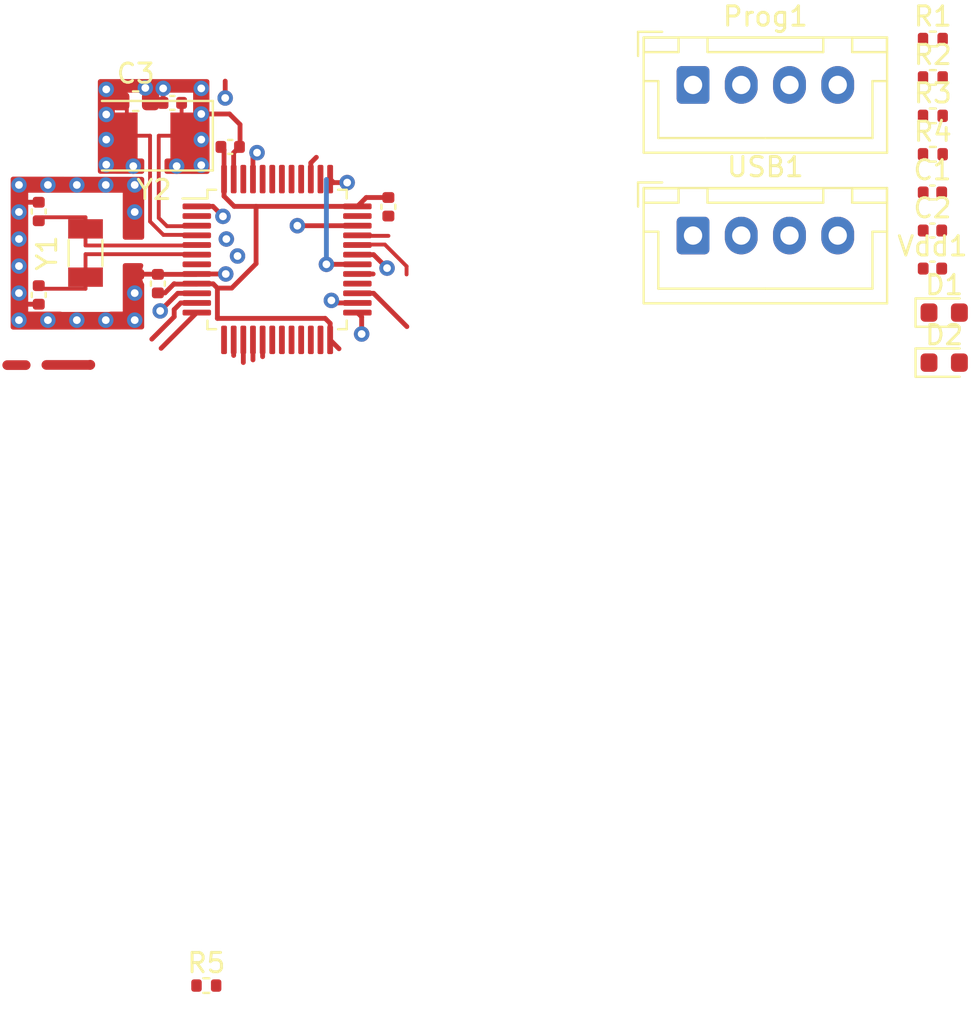
<source format=kicad_pcb>
(kicad_pcb (version 20221018) (generator pcbnew)
  (layers (0 "F.Cu" signal) (31 "B.Cu" signal) (34 "B.Paste" user) (35 "F.Paste" user) (36 "B.SilkS" user "B.Silkscreen") (37 "F.SilkS" user "F.Silkscreen") (38 "B.Mask" user) (39 "F.Mask" user) (44 "Edge.Cuts" user))
  (net 0 "")
  (net 1 "/OSC_RTC+")
  (net 2 "GND")
  (net 3 "/OSC_RTC-")
  (net 4 "+3V3")
  (net 5 "/OSC-")
  (net 6 "/OSC+")
  (net 7 "Net-(D1-K)")
  (net 8 "Led_placa")
  (net 9 "Net-(D2-K)")
  (net 10 "Swclk")
  (net 11 "Swdio")
  (net 12 "/D+")
  (net 13 "Net-(USB1-Pin_1)")
  (net 14 "/usb+")
  (net 15 "/D-")
  (net 16 "/usb-")
  (net 17 "V_Bat")
  (net 20 "unconnected-(U1-PA0-Pad10)")
  (net 21 "unconnected-(U1-PA1-Pad11)")
  (net 22 "unconnected-(U1-PA2-Pad12)")
  (net 23 "unconnected-(U1-PA4-Pad14)")
  (net 24 "unconnected-(U1-PA5-Pad15)")
  (net 25 "unconnected-(U1-PA6-Pad16)")
  (net 26 "unconnected-(U1-PA7-Pad17)")
  (net 32 "unconnected-(U1-PB12-Pad25)")
  (net 33 "unconnected-(U1-PB13-Pad26)")
  (net 34 "unconnected-(U1-PB14-Pad27)")
  (net 36 "unconnected-(U1-PA8-Pad29)")
  (net 37 "unconnected-(U1-PA9-Pad30)")
  (net 38 "unconnected-(U1-PA10-Pad31)")
  (net 40 "unconnected-(U1-PB3-Pad39)")
  (net 46 "unconnected-(U1-PB8-Pad45)")
  (footprint "Capacitor_SMD:C_0603_1608Metric" (layer "F.Cu") (at 177.58 89.88)
    (fp_text reference "C3" (at 0 -1.43) (layer "F.SilkS"))
    (fp_text value "104")
    (fp_line (start -0.14058 -0.51) (end 0.14058 -0.51) (stroke (width 0.12)) (layer "F.SilkS"))
    (fp_line (start -0.14058 0.51) (end 0.14058 0.51) (stroke (width 0.12)) (layer "F.SilkS"))
    (pad "1" smd roundrect (at -0.775 0) (size 0.9 0.95) (layers "F.Cu" "F.Paste" "F.Mask") (net 4 "+3V3"))
    (pad "2" smd roundrect (at 0.775 0) (size 0.9 0.95) (layers "F.Cu" "F.Paste" "F.Mask") (net 2 "GND"))
  )
  (footprint "Capacitor_SMD:C_0402_1005Metric" (layer "F.Cu") (at 218.8825 94.61)
    (fp_text reference "C1" (at 0 -1.16) (layer "F.SilkS"))
    (fp_text value "22pF")
    (fp_line (start -0.107836 -0.36) (end 0.107836 -0.36) (stroke (width 0.12)) (layer "F.SilkS"))
    (fp_line (start -0.107836 0.36) (end 0.107836 0.36) (stroke (width 0.12)) (layer "F.SilkS"))
    (pad "1" smd roundrect (at -0.48 0) (size 0.56 0.62) (layers "F.Cu" "F.Paste" "F.Mask") (net 1 "/OSC_RTC+"))
    (pad "2" smd roundrect (at 0.48 0) (size 0.56 0.62) (layers "F.Cu" "F.Paste" "F.Mask") (net 2 "GND"))
  )
  (footprint "Connector_JST:JST_XH_B4B-XH-A_1x04_P2.50mm_Vertical" (layer "F.Cu") (at 206.4725 96.84)
    (fp_text reference "USB1" (at 3.75 -3.55) (layer "F.SilkS"))
    (fp_text value "Conn_01x04_Female")
    (fp_line (start -2.85 -2.75) (end -2.85 -1.5) (stroke (width 0.12)) (layer "F.SilkS"))
    (fp_line (start -2.56 -2.46) (end -2.56 3.51) (stroke (width 0.12)) (layer "F.SilkS"))
    (fp_line (start -2.56 3.51) (end 10.06 3.51) (stroke (width 0.12)) (layer "F.SilkS"))
    (fp_line (start -2.55 -2.45) (end -2.55 -1.7) (stroke (width 0.12)) (layer "F.SilkS"))
    (fp_line (start -2.55 -1.7) (end -0.75 -1.7) (stroke (width 0.12)) (layer "F.SilkS"))
    (fp_line (start -2.55 -0.2) (end -1.8 -0.2) (stroke (width 0.12)) (layer "F.SilkS"))
    (fp_line (start -1.8 -0.2) (end -1.8 2.75) (stroke (width 0.12)) (layer "F.SilkS"))
    (fp_line (start -1.8 2.75) (end 3.75 2.75) (stroke (width 0.12)) (layer "F.SilkS"))
    (fp_line (start -1.6 -2.75) (end -2.85 -2.75) (stroke (width 0.12)) (layer "F.SilkS"))
    (fp_line (start -0.75 -2.45) (end -2.55 -2.45) (stroke (width 0.12)) (layer "F.SilkS"))
    (fp_line (start -0.75 -1.7) (end -0.75 -2.45) (stroke (width 0.12)) (layer "F.SilkS"))
    (fp_line (start 0.75 -2.45) (end 0.75 -1.7) (stroke (width 0.12)) (layer "F.SilkS"))
    (fp_line (start 0.75 -1.7) (end 6.75 -1.7) (stroke (width 0.12)) (layer "F.SilkS"))
    (fp_line (start 6.75 -2.45) (end 0.75 -2.45) (stroke (width 0.12)) (layer "F.SilkS"))
    (fp_line (start 6.75 -1.7) (end 6.75 -2.45) (stroke (width 0.12)) (layer "F.SilkS"))
    (fp_line (start 8.25 -2.45) (end 8.25 -1.7) (stroke (width 0.12)) (layer "F.SilkS"))
    (fp_line (start 8.25 -1.7) (end 10.05 -1.7) (stroke (width 0.12)) (layer "F.SilkS"))
    (fp_line (start 9.3 -0.2) (end 9.3 2.75) (stroke (width 0.12)) (layer "F.SilkS"))
    (fp_line (start 9.3 2.75) (end 3.75 2.75) (stroke (width 0.12)) (layer "F.SilkS"))
    (fp_line (start 10.05 -2.45) (end 8.25 -2.45) (stroke (width 0.12)) (layer "F.SilkS"))
    (fp_line (start 10.05 -1.7) (end 10.05 -2.45) (stroke (width 0.12)) (layer "F.SilkS"))
    (fp_line (start 10.05 -0.2) (end 9.3 -0.2) (stroke (width 0.12)) (layer "F.SilkS"))
    (fp_line (start 10.06 -2.46) (end -2.56 -2.46) (stroke (width 0.12)) (layer "F.SilkS"))
    (fp_line (start 10.06 3.51) (end 10.06 -2.46) (stroke (width 0.12)) (layer "F.SilkS"))
    (pad "1" thru_hole roundrect (at 0 0) (size 1.7 1.95) (drill 0.95) (layers "*.Cu" "*.Mask") (roundrect_rratio 0.147059) (net 13 "Net-(USB1-Pin_1)"))
    (pad "2" thru_hole oval (at 2.5 0) (size 1.7 1.95) (drill 0.95) (layers "*.Cu" "*.Mask") (net 14 "/usb+"))
    (pad "3" thru_hole oval (at 5 0) (size 1.7 1.95) (drill 0.95) (layers "*.Cu" "*.Mask") (net 16 "/usb-"))
    (pad "4" thru_hole oval (at 7.5 0) (size 1.7 1.95) (drill 0.95) (layers "*.Cu" "*.Mask") (net 2 "GND"))
  )
  (footprint "LED_SMD:LED_0603_1608Metric" (layer "F.Cu") (at 219.4925 103.42)
    (fp_text reference "D2" (at 0 -1.43) (layer "F.SilkS"))
    (fp_text value "LED")
    (fp_line (start -1.485 -0.735) (end -1.485 0.735) (stroke (width 0.12)) (layer "F.SilkS"))
    (fp_line (start -1.485 0.735) (end 0.8 0.735) (stroke (width 0.12)) (layer "F.SilkS"))
    (fp_line (start 0.8 -0.735) (end -1.485 -0.735) (stroke (width 0.12)) (layer "F.SilkS"))
    (pad "1" smd roundrect (at -0.7875 0) (size 0.875 0.95) (layers "F.Cu" "F.Paste" "F.Mask") (net 9 "Net-(D2-K)"))
    (pad "2" smd roundrect (at 0.7875 0) (size 0.875 0.95) (layers "F.Cu" "F.Paste" "F.Mask") (net 4 "+3V3"))
  )
  (footprint "Capacitor_SMD:C_0402_1005Metric" (layer "F.Cu") (at 172.555 95.595 -90)
    (fp_text reference "CC1" hide)
    (fp_text value "33pF")
    (fp_line (start -0.107836 -0.36) (end 0.107836 -0.36) (stroke (width 0.12)) (layer "F.SilkS"))
    (fp_line (start -0.107836 0.36) (end 0.107836 0.36) (stroke (width 0.12)) (layer "F.SilkS"))
    (pad "1" smd roundrect (at -0.48 0 270) (size 0.56 0.62) (layers "F.Cu" "F.Paste" "F.Mask") (net 2 "GND"))
    (pad "2" smd roundrect (at 0.48 0 270) (size 0.56 0.62) (layers "F.Cu" "F.Paste" "F.Mask") (net 5 "/OSC-"))
  )
  (footprint "Resistor_SMD:R_0402_1005Metric" (layer "F.Cu") (at 218.9025 92.63)
    (fp_text reference "R4" (at 0 -1.17) (layer "F.SilkS"))
    (fp_text value "20")
    (fp_line (start -0.153641 -0.38) (end 0.153641 -0.38) (stroke (width 0.12)) (layer "F.SilkS"))
    (fp_line (start -0.153641 0.38) (end 0.153641 0.38) (stroke (width 0.12)) (layer "F.SilkS"))
    (pad "1" smd roundrect (at -0.51 0) (size 0.54 0.64) (layers "F.Cu" "F.Paste" "F.Mask") (net 12 "/D+"))
    (pad "2" smd roundrect (at 0.51 0) (size 0.54 0.64) (layers "F.Cu" "F.Paste" "F.Mask") (net 14 "/usb+"))
  )
  (footprint "Capacitor_SMD:C_0402_1005Metric" (layer "F.Cu") (at 190.68 95.35 -90)
    (fp_text reference "Vdd3" hide)
    (fp_text value "100nF")
    (fp_line (start -0.107836 -0.36) (end 0.107836 -0.36) (stroke (width 0.12)) (layer "F.SilkS"))
    (fp_line (start -0.107836 0.36) (end 0.107836 0.36) (stroke (width 0.12)) (layer "F.SilkS"))
    (pad "1" smd roundrect (at -0.48 0 270) (size 0.56 0.62) (layers "F.Cu" "F.Paste" "F.Mask") (net 4 "+3V3"))
    (pad "2" smd roundrect (at 0.48 0 270) (size 0.56 0.62) (layers "F.Cu" "F.Paste" "F.Mask") (net 2 "GND"))
  )
  (footprint "Crystal:Crystal_SMD_3215-2Pin_3.2x1.5mm" (layer "F.Cu") (at 174.98 97.745 90)
    (fp_text reference "Y1" (at 0 -2 90) (layer "F.SilkS"))
    (fp_text value "Crystal_Small")
    (fp_line (start -0.675 -0.875) (end 0.675 -0.875) (stroke (width 0.12)) (layer "F.SilkS"))
    (fp_line (start -0.675 0.875) (end 0.675 0.875) (stroke (width 0.12)) (layer "F.SilkS"))
    (pad "1" smd rect (at 1.25 0 90) (size 1 1.8) (layers "F.Cu" "F.Paste" "F.Mask") (net 1 "/OSC_RTC+"))
    (pad "2" smd rect (at -1.25 0 90) (size 1 1.8) (layers "F.Cu" "F.Paste" "F.Mask") (net 3 "/OSC_RTC-"))
  )
  (footprint "Capacitor_SMD:C_0402_1005Metric" (layer "F.Cu") (at 182.48 92.25)
    (fp_text reference "Vdd4" hide)
    (fp_text value "100nF")
    (fp_line (start -0.107836 -0.36) (end 0.107836 -0.36) (stroke (width 0.12)) (layer "F.SilkS"))
    (fp_line (start -0.107836 0.36) (end 0.107836 0.36) (stroke (width 0.12)) (layer "F.SilkS"))
    (pad "1" smd roundrect (at -0.48 0) (size 0.56 0.62) (layers "F.Cu" "F.Paste" "F.Mask") (net 4 "+3V3"))
    (pad "2" smd roundrect (at 0.48 0) (size 0.56 0.62) (layers "F.Cu" "F.Paste" "F.Mask") (net 2 "GND"))
  )
  (footprint "Capacitor_SMD:C_0402_1005Metric" (layer "F.Cu") (at 218.8825 96.58)
    (fp_text reference "C2" (at 0 -1.16) (layer "F.SilkS"))
    (fp_text value "22pF")
    (fp_line (start -0.107836 -0.36) (end 0.107836 -0.36) (stroke (width 0.12)) (layer "F.SilkS"))
    (fp_line (start -0.107836 0.36) (end 0.107836 0.36) (stroke (width 0.12)) (layer "F.SilkS"))
    (pad "1" smd roundrect (at -0.48 0) (size 0.56 0.62) (layers "F.Cu" "F.Paste" "F.Mask") (net 3 "/OSC_RTC-"))
    (pad "2" smd roundrect (at 0.48 0) (size 0.56 0.62) (layers "F.Cu" "F.Paste" "F.Mask") (net 2 "GND"))
  )
  (footprint "LED_SMD:LED_0603_1608Metric" (layer "F.Cu") (at 219.4925 100.83)
    (fp_text reference "D1" (at 0 -1.43) (layer "F.SilkS"))
    (fp_text value "LED")
    (fp_line (start -1.485 -0.735) (end -1.485 0.735) (stroke (width 0.12)) (layer "F.SilkS"))
    (fp_line (start -1.485 0.735) (end 0.8 0.735) (stroke (width 0.12)) (layer "F.SilkS"))
    (fp_line (start 0.8 -0.735) (end -1.485 -0.735) (stroke (width 0.12)) (layer "F.SilkS"))
    (pad "1" smd roundrect (at -0.7875 0) (size 0.875 0.95) (layers "F.Cu" "F.Paste" "F.Mask") (net 7 "Net-(D1-K)"))
    (pad "2" smd roundrect (at 0.7875 0) (size 0.875 0.95) (layers "F.Cu" "F.Paste" "F.Mask") (net 8 "Led_placa"))
  )
  (footprint "Connector_JST:JST_XH_B4B-XH-A_1x04_P2.50mm_Vertical" (layer "F.Cu") (at 206.4725 89.04)
    (fp_text reference "Prog1" (at 3.75 -3.55) (layer "F.SilkS"))
    (fp_text value "Conn_01x04_Female")
    (fp_line (start -2.85 -2.75) (end -2.85 -1.5) (stroke (width 0.12)) (layer "F.SilkS"))
    (fp_line (start -2.56 -2.46) (end -2.56 3.51) (stroke (width 0.12)) (layer "F.SilkS"))
    (fp_line (start -2.56 3.51) (end 10.06 3.51) (stroke (width 0.12)) (layer "F.SilkS"))
    (fp_line (start -2.55 -2.45) (end -2.55 -1.7) (stroke (width 0.12)) (layer "F.SilkS"))
    (fp_line (start -2.55 -1.7) (end -0.75 -1.7) (stroke (width 0.12)) (layer "F.SilkS"))
    (fp_line (start -2.55 -0.2) (end -1.8 -0.2) (stroke (width 0.12)) (layer "F.SilkS"))
    (fp_line (start -1.8 -0.2) (end -1.8 2.75) (stroke (width 0.12)) (layer "F.SilkS"))
    (fp_line (start -1.8 2.75) (end 3.75 2.75) (stroke (width 0.12)) (layer "F.SilkS"))
    (fp_line (start -1.6 -2.75) (end -2.85 -2.75) (stroke (width 0.12)) (layer "F.SilkS"))
    (fp_line (start -0.75 -2.45) (end -2.55 -2.45) (stroke (width 0.12)) (layer "F.SilkS"))
    (fp_line (start -0.75 -1.7) (end -0.75 -2.45) (stroke (width 0.12)) (layer "F.SilkS"))
    (fp_line (start 0.75 -2.45) (end 0.75 -1.7) (stroke (width 0.12)) (layer "F.SilkS"))
    (fp_line (start 0.75 -1.7) (end 6.75 -1.7) (stroke (width 0.12)) (layer "F.SilkS"))
    (fp_line (start 6.75 -2.45) (end 0.75 -2.45) (stroke (width 0.12)) (layer "F.SilkS"))
    (fp_line (start 6.75 -1.7) (end 6.75 -2.45) (stroke (width 0.12)) (layer "F.SilkS"))
    (fp_line (start 8.25 -2.45) (end 8.25 -1.7) (stroke (width 0.12)) (layer "F.SilkS"))
    (fp_line (start 8.25 -1.7) (end 10.05 -1.7) (stroke (width 0.12)) (layer "F.SilkS"))
    (fp_line (start 9.3 -0.2) (end 9.3 2.75) (stroke (width 0.12)) (layer "F.SilkS"))
    (fp_line (start 9.3 2.75) (end 3.75 2.75) (stroke (width 0.12)) (layer "F.SilkS"))
    (fp_line (start 10.05 -2.45) (end 8.25 -2.45) (stroke (width 0.12)) (layer "F.SilkS"))
    (fp_line (start 10.05 -1.7) (end 10.05 -2.45) (stroke (width 0.12)) (layer "F.SilkS"))
    (fp_line (start 10.05 -0.2) (end 9.3 -0.2) (stroke (width 0.12)) (layer "F.SilkS"))
    (fp_line (start 10.06 -2.46) (end -2.56 -2.46) (stroke (width 0.12)) (layer "F.SilkS"))
    (fp_line (start 10.06 3.51) (end 10.06 -2.46) (stroke (width 0.12)) (layer "F.SilkS"))
    (pad "1" thru_hole roundrect (at 0 0) (size 1.7 1.95) (drill 0.95) (layers "*.Cu" "*.Mask") (roundrect_rratio 0.147059) (net 4 "+3V3"))
    (pad "2" thru_hole oval (at 2.5 0) (size 1.7 1.95) (drill 0.95) (layers "*.Cu" "*.Mask") (net 10 "Swclk"))
    (pad "3" thru_hole oval (at 5 0) (size 1.7 1.95) (drill 0.95) (layers "*.Cu" "*.Mask") (net 11 "Swdio"))
    (pad "4" thru_hole oval (at 7.5 0) (size 1.7 1.95) (drill 0.95) (layers "*.Cu" "*.Mask") (net 2 "GND"))
  )
  (footprint "Capacitor_SMD:C_0402_1005Metric" (layer "F.Cu") (at 172.555 99.915 -90)
    (fp_text reference "CC2" hide)
    (fp_text value "33pF")
    (fp_line (start -0.107836 -0.36) (end 0.107836 -0.36) (stroke (width 0.12)) (layer "F.SilkS"))
    (fp_line (start -0.107836 0.36) (end 0.107836 0.36) (stroke (width 0.12)) (layer "F.SilkS"))
    (pad "1" smd roundrect (at -0.48 0 270) (size 0.56 0.62) (layers "F.Cu" "F.Paste" "F.Mask") (net 6 "/OSC+"))
    (pad "2" smd roundrect (at 0.48 0 270) (size 0.56 0.62) (layers "F.Cu" "F.Paste" "F.Mask") (net 2 "GND"))
  )
  (footprint "Capacitor_SMD:C_0402_1005Metric" (layer "F.Cu") (at 218.8825 98.55)
    (fp_text reference "Vdd1" (at 0 -1.16) (layer "F.SilkS"))
    (fp_text value "100nF")
    (fp_line (start -0.107836 -0.36) (end 0.107836 -0.36) (stroke (width 0.12)) (layer "F.SilkS"))
    (fp_line (start -0.107836 0.36) (end 0.107836 0.36) (stroke (width 0.12)) (layer "F.SilkS"))
    (pad "1" smd roundrect (at -0.48 0) (size 0.56 0.62) (layers "F.Cu" "F.Paste" "F.Mask") (net 4 "+3V3"))
    (pad "2" smd roundrect (at 0.48 0) (size 0.56 0.62) (layers "F.Cu" "F.Paste" "F.Mask") (net 2 "GND"))
  )
  (footprint "Capacitor_SMD:C_0402_1005Metric" (layer "F.Cu") (at 178.73 99.33 90)
    (fp_text reference "Vdd2" hide)
    (fp_text value "100nF")
    (fp_line (start -0.107836 -0.36) (end 0.107836 -0.36) (stroke (width 0.12)) (layer "F.SilkS"))
    (fp_line (start -0.107836 0.36) (end 0.107836 0.36) (stroke (width 0.12)) (layer "F.SilkS"))
    (pad "1" smd roundrect (at -0.48 0 90) (size 0.56 0.62) (layers "F.Cu" "F.Paste" "F.Mask") (net 4 "+3V3"))
    (pad "2" smd roundrect (at 0.48 0 90) (size 0.56 0.62) (layers "F.Cu" "F.Paste" "F.Mask") (net 2 "GND"))
  )
  (footprint "Crystal:Crystal_SMD_5032-2Pin_5.0x3.2mm" (layer "F.Cu") (at 178.53 91.67 180)
    (fp_text reference "Y2" (at 0 -2.8 180) (layer "F.SilkS"))
    (fp_text value "8Mhz")
    (fp_line (start -3.05 -1.8) (end -3.05 1.8) (stroke (width 0.12)) (layer "F.SilkS"))
    (fp_line (start -3.05 1.8) (end 2.7 1.8) (stroke (width 0.12)) (layer "F.SilkS"))
    (fp_line (start 2.7 -1.8) (end -3.05 -1.8) (stroke (width 0.12)) (layer "F.SilkS"))
    (pad "1" smd rect (at -1.85 0 180) (size 2 2.4) (layers "F.Cu" "F.Paste" "F.Mask") (net 6 "/OSC+"))
    (pad "2" smd rect (at 1.85 0 180) (size 2 2.4) (layers "F.Cu" "F.Paste" "F.Mask") (net 5 "/OSC-"))
  )
  (footprint "Resistor_SMD:R_0402_1005Metric" (layer "F.Cu") (at 181.2425 135.68)
    (fp_text reference "R5" (at 0 -1.17) (layer "F.SilkS"))
    (fp_text value "20")
    (fp_line (start -0.153641 -0.38) (end 0.153641 -0.38) (stroke (width 0.12)) (layer "F.SilkS"))
    (fp_line (start -0.153641 0.38) (end 0.153641 0.38) (stroke (width 0.12)) (layer "F.SilkS"))
    (pad "1" smd roundrect (at -0.51 0) (size 0.54 0.64) (layers "F.Cu" "F.Paste" "F.Mask") (net 15 "/D-"))
    (pad "2" smd roundrect (at 0.51 0) (size 0.54 0.64) (layers "F.Cu" "F.Paste" "F.Mask") (net 16 "/usb-"))
  )
  (footprint "Resistor_SMD:R_0402_1005Metric" (layer "F.Cu") (at 218.9025 88.65)
    (fp_text reference "R2" (at 0 -1.17) (layer "F.SilkS"))
    (fp_text value "510")
    (fp_line (start -0.153641 -0.38) (end 0.153641 -0.38) (stroke (width 0.12)) (layer "F.SilkS"))
    (fp_line (start -0.153641 0.38) (end 0.153641 0.38) (stroke (width 0.12)) (layer "F.SilkS"))
    (pad "1" smd roundrect (at -0.51 0) (size 0.54 0.64) (layers "F.Cu" "F.Paste" "F.Mask") (net 9 "Net-(D2-K)"))
    (pad "2" smd roundrect (at 0.51 0) (size 0.54 0.64) (layers "F.Cu" "F.Paste" "F.Mask") (net 2 "GND"))
  )
  (footprint "Resistor_SMD:R_0402_1005Metric" (layer "F.Cu") (at 218.9025 90.64)
    (fp_text reference "R3" (at 0 -1.17) (layer "F.SilkS"))
    (fp_text value "4.7k")
    (fp_line (start -0.153641 -0.38) (end 0.153641 -0.38) (stroke (width 0.12)) (layer "F.SilkS"))
    (fp_line (start -0.153641 0.38) (end 0.153641 0.38) (stroke (width 0.12)) (layer "F.SilkS"))
    (pad "1" smd roundrect (at -0.51 0) (size 0.54 0.64) (layers "F.Cu" "F.Paste" "F.Mask") (net 12 "/D+"))
    (pad "2" smd roundrect (at 0.51 0) (size 0.54 0.64) (layers "F.Cu" "F.Paste" "F.Mask") (net 13 "Net-(USB1-Pin_1)"))
  )
  (footprint "Resistor_SMD:R_0402_1005Metric" (layer "F.Cu") (at 218.9025 86.66)
    (fp_text reference "R1" (at 0 -1.17) (layer "F.SilkS"))
    (fp_text value "510")
    (fp_line (start -0.153641 -0.38) (end 0.153641 -0.38) (stroke (width 0.12)) (layer "F.SilkS"))
    (fp_line (start -0.153641 0.38) (end 0.153641 0.38) (stroke (width 0.12)) (layer "F.SilkS"))
    (pad "1" smd roundrect (at -0.51 0) (size 0.54 0.64) (layers "F.Cu" "F.Paste" "F.Mask") (net 7 "Net-(D1-K)"))
    (pad "2" smd roundrect (at 0.51 0) (size 0.54 0.64) (layers "F.Cu" "F.Paste" "F.Mask") (net 2 "GND"))
  )
  (footprint "Capacitor_SMD:C_0402_1005Metric" (layer "F.Cu") (at 179.48 89.97 180)
    (fp_text reference "C4" hide)
    (fp_text value "22pF")
    (fp_line (start -0.107836 -0.36) (end 0.107836 -0.36) (stroke (width 0.12)) (layer "F.SilkS"))
    (fp_line (start -0.107836 0.36) (end 0.107836 0.36) (stroke (width 0.12)) (layer "F.SilkS"))
    (pad "1" smd roundrect (at -0.48 0 180) (size 0.56 0.62) (layers "F.Cu" "F.Paste" "F.Mask") (net 3 "/OSC_RTC-"))
    (pad "2" smd roundrect (at 0.48 0 180) (size 0.56 0.62) (layers "F.Cu" "F.Paste" "F.Mask") (net 2 "GND"))
  )
  (footprint "Package_QFP:LQFP-48_7x7mm_P0.5mm" (layer "F.Cu") (at 184.91 98.08)
    (fp_text reference "U1" hide)
    (fp_text value "STM32F103C6Tx")
    (fp_line (start -3.61 -3.61) (end -3.61 -3.16) (stroke (width 0.12)) (layer "F.SilkS"))
    (fp_line (start -3.61 -3.16) (end -4.9 -3.16) (stroke (width 0.12)) (layer "F.SilkS"))
    (fp_line (start -3.61 3.61) (end -3.61 3.16) (stroke (width 0.12)) (layer "F.SilkS"))
    (fp_line (start -3.16 -3.61) (end -3.61 -3.61) (stroke (width 0.12)) (layer "F.SilkS"))
    (fp_line (start -3.16 3.61) (end -3.61 3.61) (stroke (width 0.12)) (layer "F.SilkS"))
    (fp_line (start 3.16 -3.61) (end 3.61 -3.61) (stroke (width 0.12)) (layer "F.SilkS"))
    (fp_line (start 3.16 3.61) (end 3.61 3.61) (stroke (width 0.12)) (layer "F.SilkS"))
    (fp_line (start 3.61 -3.61) (end 3.61 -3.16) (stroke (width 0.12)) (layer "F.SilkS"))
    (fp_line (start 3.61 3.61) (end 3.61 3.16) (stroke (width 0.12)) (layer "F.SilkS"))
    (pad "1" smd roundrect (at -4.1625 -2.75) (size 1.475 0.3) (layers "F.Cu" "F.Paste" "F.Mask") (net 17 "V_Bat"))
    (pad "2" smd roundrect (at -4.1625 -2.25) (size 1.475 0.3) (layers "F.Cu" "F.Paste" "F.Mask"))
    (pad "3" smd roundrect (at -4.1625 -1.75) (size 1.475 0.3) (layers "F.Cu" "F.Paste" "F.Mask") (net 3 "/OSC_RTC-"))
    (pad "4" smd roundrect (at -4.1625 -1.25) (size 1.475 0.3) (layers "F.Cu" "F.Paste" "F.Mask") (net 1 "/OSC_RTC+"))
    (pad "5" smd roundrect (at -4.1625 -0.75) (size 1.475 0.3) (layers "F.Cu" "F.Paste" "F.Mask") (net 5 "/OSC-"))
    (pad "6" smd roundrect (at -4.1625 -0.25) (size 1.475 0.3) (layers "F.Cu" "F.Paste" "F.Mask") (net 6 "/OSC+"))
    (pad "7" smd roundrect (at -4.1625 0.25) (size 1.475 0.3) (layers "F.Cu" "F.Paste" "F.Mask"))
    (pad "8" smd roundrect (at -4.1625 0.75) (size 1.475 0.3) (layers "F.Cu" "F.Paste" "F.Mask") (net 2 "GND"))
    (pad "9" smd roundrect (at -4.1625 1.25) (size 1.475 0.3) (layers "F.Cu" "F.Paste" "F.Mask") (net 4 "+3V3"))
    (pad "10" smd roundrect (at -4.1625 1.75) (size 1.475 0.3) (layers "F.Cu" "F.Paste" "F.Mask") (net 20 "unconnected-(U1-PA0-Pad10)"))
    (pad "11" smd roundrect (at -4.1625 2.25) (size 1.475 0.3) (layers "F.Cu" "F.Paste" "F.Mask") (net 21 "unconnected-(U1-PA1-Pad11)"))
    (pad "12" smd roundrect (at -4.1625 2.75) (size 1.475 0.3) (layers "F.Cu" "F.Paste" "F.Mask") (net 22 "unconnected-(U1-PA2-Pad12)"))
    (pad "13" smd roundrect (at -2.75 4.1625) (size 0.3 1.475) (layers "F.Cu" "F.Paste" "F.Mask") (net 8 "Led_placa"))
    (pad "14" smd roundrect (at -2.25 4.1625) (size 0.3 1.475) (layers "F.Cu" "F.Paste" "F.Mask") (net 23 "unconnected-(U1-PA4-Pad14)"))
    (pad "15" smd roundrect (at -1.75 4.1625) (size 0.3 1.475) (layers "F.Cu" "F.Paste" "F.Mask") (net 24 "unconnected-(U1-PA5-Pad15)"))
    (pad "16" smd roundrect (at -1.25 4.1625) (size 0.3 1.475) (layers "F.Cu" "F.Paste" "F.Mask") (net 25 "unconnected-(U1-PA6-Pad16)"))
    (pad "17" smd roundrect (at -0.75 4.1625) (size 0.3 1.475) (layers "F.Cu" "F.Paste" "F.Mask") (net 26 "unconnected-(U1-PA7-Pad17)"))
    (pad "18" smd roundrect (at -0.25 4.1625) (size 0.3 1.475) (layers "F.Cu" "F.Paste" "F.Mask"))
    (pad "19" smd roundrect (at 0.25 4.1625) (size 0.3 1.475) (layers "F.Cu" "F.Paste" "F.Mask"))
    (pad "20" smd roundrect (at 0.75 4.1625) (size 0.3 1.475) (layers "F.Cu" "F.Paste" "F.Mask"))
    (pad "21" smd roundrect (at 1.25 4.1625) (size 0.3 1.475) (layers "F.Cu" "F.Paste" "F.Mask"))
    (pad "22" smd roundrect (at 1.75 4.1625) (size 0.3 1.475) (layers "F.Cu" "F.Paste" "F.Mask"))
    (pad "23" smd roundrect (at 2.25 4.1625) (size 0.3 1.475) (layers "F.Cu" "F.Paste" "F.Mask") (net 2 "GND"))
    (pad "24" smd roundrect (at 2.75 4.1625) (size 0.3 1.475) (layers "F.Cu" "F.Paste" "F.Mask") (net 4 "+3V3"))
    (pad "25" smd roundrect (at 4.1625 2.75) (size 1.475 0.3) (layers "F.Cu" "F.Paste" "F.Mask") (net 32 "unconnected-(U1-PB12-Pad25)"))
    (pad "26" smd roundrect (at 4.1625 2.25) (size 1.475 0.3) (layers "F.Cu" "F.Paste" "F.Mask") (net 33 "unconnected-(U1-PB13-Pad26)"))
    (pad "27" smd roundrect (at 4.1625 1.75) (size 1.475 0.3) (layers "F.Cu" "F.Paste" "F.Mask") (net 34 "unconnected-(U1-PB14-Pad27)"))
    (pad "28" smd roundrect (at 4.1625 1.25) (size 1.475 0.3) (layers "F.Cu" "F.Paste" "F.Mask"))
    (pad "29" smd roundrect (at 4.1625 0.75) (size 1.475 0.3) (layers "F.Cu" "F.Paste" "F.Mask") (net 36 "unconnected-(U1-PA8-Pad29)"))
    (pad "30" smd roundrect (at 4.1625 0.25) (size 1.475 0.3) (layers "F.Cu" "F.Paste" "F.Mask") (net 37 "unconnected-(U1-PA9-Pad30)"))
    (pad "31" smd roundrect (at 4.1625 -0.25) (size 1.475 0.3) (layers "F.Cu" "F.Paste" "F.Mask") (net 38 "unconnected-(U1-PA10-Pad31)"))
    (pad "32" smd roundrect (at 4.1625 -0.75) (size 1.475 0.3) (layers "F.Cu" "F.Paste" "F.Mask") (net 15 "/D-"))
    (pad "33" smd roundrect (at 4.1625 -1.25) (size 1.475 0.3) (layers "F.Cu" "F.Paste" "F.Mask") (net 12 "/D+"))
    (pad "34" smd roundrect (at 4.1625 -1.75) (size 1.475 0.3) (layers "F.Cu" "F.Paste" "F.Mask") (net 11 "Swdio"))
    (pad "35" smd roundrect (at 4.1625 -2.25) (size 1.475 0.3) (layers "F.Cu" "F.Paste" "F.Mask") (net 2 "GND"))
    (pad "36" smd roundrect (at 4.1625 -2.75) (size 1.475 0.3) (layers "F.Cu" "F.Paste" "F.Mask") (net 4 "+3V3"))
    (pad "37" smd roundrect (at 2.75 -4.1625) (size 0.3 1.475) (layers "F.Cu" "F.Paste" "F.Mask") (net 10 "Swclk"))
    (pad "38" smd roundrect (at 2.25 -4.1625) (size 0.3 1.475) (layers "F.Cu" "F.Paste" "F.Mask"))
    (pad "39" smd roundrect (at 1.75 -4.1625) (size 0.3 1.475) (layers "F.Cu" "F.Paste" "F.Mask") (net 40 "unconnected-(U1-PB3-Pad39)"))
    (pad "40" smd roundrect (at 1.25 -4.1625) (size 0.3 1.475) (layers "F.Cu" "F.Paste" "F.Mask"))
    (pad "41" smd roundrect (at 0.75 -4.1625) (size 0.3 1.475) (layers "F.Cu" "F.Paste" "F.Mask"))
    (pad "42" smd roundrect (at 0.25 -4.1625) (size 0.3 1.475) (layers "F.Cu" "F.Paste" "F.Mask"))
    (pad "43" smd roundrect (at -0.25 -4.1625) (size 0.3 1.475) (layers "F.Cu" "F.Paste" "F.Mask"))
    (pad "44" smd roundrect (at -0.75 -4.1625) (size 0.3 1.475) (layers "F.Cu" "F.Paste" "F.Mask"))
    (pad "45" smd roundrect (at -1.25 -4.1625) (size 0.3 1.475) (layers "F.Cu" "F.Paste" "F.Mask") (net 46 "unconnected-(U1-PB8-Pad45)"))
    (pad "46" smd roundrect (at -1.75 -4.1625) (size 0.3 1.475) (layers "F.Cu" "F.Paste" "F.Mask"))
    (pad "47" smd roundrect (at -2.25 -4.1625) (size 0.3 1.475) (layers "F.Cu" "F.Paste" "F.Mask") (net 2 "GND"))
    (pad "48" smd roundrect (at -2.75 -4.1625) (size 0.3 1.475) (layers "F.Cu" "F.Paste" "F.Mask") (net 4 "+3V3"))
  )
  (segment (start 170.92 103.55) (end 171.88 103.55) (width 0.5) (layer "F.Cu") (net 0))
  (segment (start 182.2205 88.8434) (end 182.2205 89.7168) (width 0.25) (layer "F.Cu") (net 0))
  (via (at 182.2205 89.7168) (size 0.8) (drill 0.4) (layers "F.Cu" "B.Cu") (net 0))
  (segment (start 178.325 96.1132) (end 178.325 91.67) (width 0.2) (layer "F.Cu") (net 1))
  (segment (start 177.12 89.97) (end 177.12 91.51) (width 0.2) (layer "F.Cu") (net 1))
  (segment (start 180.722501 96.805001) (end 179.016801 96.805001) (width 0.2) (layer "F.Cu") (net 1))
  (segment (start 177.12 91.51) (end 177.28 91.67) (width 0.2) (layer "F.Cu") (net 1))
  (segment (start 179.016801 96.805001) (end 178.325 96.1132) (width 0.2) (layer "F.Cu") (net 1))
  (segment (start 178.325 91.67) (end 177.28 91.67) (width 0.2) (layer "F.Cu") (net 1))
  (segment (start 175.22 103.54) (end 175.23 103.53) (width 0.5) (layer "F.Cu") (net 2))
  (segment (start 177.53 98.86) (end 177.53 99.82) (width 0.25) (layer "F.Cu") (net 2))
  (segment (start 171.55 100.38) (end 171.53 100.4) (width 0.25) (layer "F.Cu") (net 2))
  (segment (start 182.25 98.83) (end 180.7475 98.83) (width 0.25) (layer "F.Cu") (net 2))
  (segment (start 180.98 90.545) (end 182.445 90.545) (width 0.25) (layer "F.Cu") (net 2))
  (segment (start 180.7375 98.84) (end 180.7475 98.83) (width 0.25) (layer "F.Cu") (net 2))
  (segment (start 178.08 89.97) (end 178.08 89.195) (width 0.25) (layer "F.Cu") (net 2))
  (segment (start 179 89.97) (end 179 89.225) (width 0.25) (layer "F.Cu") (net 2))
  (segment (start 182.99 91.09) (end 182.99 92.22) (width 0.25) (layer "F.Cu") (net 2))
  (segment (start 171.635 95.115) (end 171.53 95.01) (width 0.25) (layer "F.Cu") (net 2))
  (segment (start 172.95 103.54) (end 175.22 103.54) (width 0.5) (layer "F.Cu") (net 2))
  (segment (start 171.53 95.01) (end 171.53 94.22) (width 0.25) (layer "F.Cu") (net 2))
  (segment (start 182.445 90.545) (end 182.99 91.09) (width 0.25) (layer "F.Cu") (net 2))
  (segment (start 172.555 95.115) (end 171.635 95.115) (width 0.25) (layer "F.Cu") (net 2))
  (segment (start 171.53 100.4) (end 171.53 101.22) (width 0.25) (layer "F.Cu") (net 2))
  (segment (start 172.555 100.395) (end 171.565 100.395) (width 0.25) (layer "F.Cu") (net 2))
  (segment (start 179 89.225) (end 179.005 89.22) (width 0.25) (layer "F.Cu") (net 2))
  (segment (start 182.66 92.55) (end 182.66 93.9175) (width 0.25) (layer "F.Cu") (net 2))
  (segment (start 182.96 92.25) (end 182.66 92.55) (width 0.25) (layer "F.Cu") (net 2))
  (segment (start 178.98 98.84) (end 177.55 98.84) (width 0.25) (layer "F.Cu") (net 2))
  (segment (start 178.73 98.85) (end 180.7275 98.85) (width 0.25) (layer "F.Cu") (net 2))
  (segment (start 171.565 100.395) (end 171.55 100.38) (width 0.25) (layer "F.Cu") (net 2))
  (segment (start 182.99 92.22) (end 182.96 92.25) (width 0.25) (layer "F.Cu") (net 2))
  (segment (start 177.55 98.84) (end 177.53 98.86) (width 0.25) (layer "F.Cu") (net 2))
  (via (at 177.53 95.62) (size 0.8) (drill 0.4) (layers "F.Cu" "B.Cu") (net 2))
  (via (at 177.53 99.82) (size 0.8) (drill 0.4) (layers "F.Cu" "B.Cu") (net 2))
  (via (at 177.53 101.22) (size 0.8) (drill 0.4) (layers "F.Cu" "B.Cu") (net 2))
  (via (at 179.705 93.245) (size 0.8) (drill 0.4) (layers "F.Cu" "B.Cu") (net 2))
  (via (at 180.98 89.22) (size 0.8) (drill 0.4) (layers "F.Cu" "B.Cu") (net 2))
  (via (at 180.98 93.195) (size 0.8) (drill 0.4) (layers "F.Cu" "B.Cu") (net 2))
  (via (at 176.055 93.17) (size 0.8) (drill 0.4) (layers "F.Cu" "B.Cu") (net 2))
  (via (at 180.98 90.545) (size 0.8) (drill 0.4) (layers "F.Cu" "B.Cu") (net 2))
  (via (at 171.53 95.62) (size 0.8) (drill 0.4) (layers "F.Cu" "B.Cu") (net 2))
  (via (at 171.53 99.82) (size 0.8) (drill 0.4) (layers "F.Cu" "B.Cu") (net 2))
  (via (at 176.03 101.22) (size 0.8) (drill 0.4) (layers "F.Cu" "B.Cu") (net 2))
  (via (at 171.53 94.22) (size 0.8) (drill 0.4) (layers "F.Cu" "B.Cu") (net 2))
  (via (at 176.055 91.87) (size 0.8) (drill 0.4) (layers "F.Cu" "B.Cu") (net 2))
  (via (at 182.86 97.9) (size 0.8) (drill 0.4) (layers "F.Cu" "B.Cu") (net 2))
  (via (at 176.055 90.57) (size 0.8) (drill 0.4) (layers "F.Cu" "B.Cu") (net 2))
  (via (at 171.53 101.22) (size 0.8) (drill 0.4) (layers "F.Cu" "B.Cu") (net 2))
  (via (at 173.03 94.22) (size 0.8) (drill 0.4) (layers "F.Cu" "B.Cu") (net 2))
  (via (at 176.055 89.27) (size 0.8) (drill 0.4) (layers "F.Cu" "B.Cu") (net 2))
  (via (at 174.53 94.22) (size 0.8) (drill 0.4) (layers "F.Cu" "B.Cu") (net 2))
  (via (at 171.53 97.02) (size 0.8) (drill 0.4) (layers "F.Cu" "B.Cu") (net 2))
  (via (at 179.005 89.22) (size 0.8) (drill 0.4) (layers "F.Cu" "B.Cu") (net 2))
  (via (at 180.98 91.87) (size 0.8) (drill 0.4) (layers "F.Cu" "B.Cu") (net 2))
  (via (at 176.03 94.22) (size 0.8) (drill 0.4) (layers "F.Cu" "B.Cu") (net 2))
  (via (at 171.53 98.42) (size 0.8) (drill 0.4) (layers "F.Cu" "B.Cu") (net 2))
  (via (at 178.08 89.195) (size 0.8) (drill 0.4) (layers "F.Cu" "B.Cu") (net 2))
  (via (at 177.53 94.22) (size 0.8) (drill 0.4) (layers "F.Cu" "B.Cu") (net 2))
  (via (at 173.03 101.22) (size 0.8) (drill 0.4) (layers "F.Cu" "B.Cu") (net 2))
  (via (at 182.28 97.02) (size 0.8) (drill 0.4) (layers "F.Cu" "B.Cu") (net 2))
  (via (at 182.25 98.83) (size 0.8) (drill 0.4) (layers "F.Cu" "B.Cu") (net 2))
  (via (at 174.53 101.22) (size 0.8) (drill 0.4) (layers "F.Cu" "B.Cu") (net 2))
  (via (at 177.455 93.245) (size 0.8) (drill 0.4) (layers "F.Cu" "B.Cu") (net 2))
  (segment (start 178.775 91.67) (end 179.78 91.67) (width 0.2) (layer "F.Cu") (net 3))
  (segment (start 178.775 95.9268) (end 178.775 91.67) (width 0.2) (layer "F.Cu") (net 3))
  (segment (start 179.96 91.49) (end 179.78 91.67) (width 0.2) (layer "F.Cu") (net 3))
  (segment (start 179.203199 96.354999) (end 178.775 95.9268) (width 0.2) (layer "F.Cu") (net 3))
  (segment (start 180.722501 96.354999) (end 179.203199 96.354999) (width 0.2) (layer "F.Cu") (net 3))
  (segment (start 179.96 89.97) (end 179.96 91.49) (width 0.2) (layer "F.Cu") (net 3))
  (segment (start 189.5325 94.87) (end 189.0725 95.33) (width 0.25) (layer "F.Cu") (net 4))
  (segment (start 182.6895 95.3299) (end 182.16 94.8004) (width 0.25) (layer "F.Cu") (net 4))
  (segment (start 188.12 102.7025) (end 187.66 102.2425) (width 0.25) (layer "F.Cu") (net 4))
  (segment (start 180.7475 99.3422) (end 180.7475 99.33) (width 0.25) (layer "F.Cu") (net 4))
  (segment (start 187.66 102.2425) (end 187.66 101.3846) (width 0.25) (layer "F.Cu") (net 4))
  (segment (start 182.5585 99.5607) (end 183.8209 98.2983) (width 0.25) (layer "F.Cu") (net 4))
  (segment (start 187.66 101.3846) (end 187.4057 101.1303) (width 0.25) (layer "F.Cu") (net 4))
  (segment (start 183.8209 95.3299) (end 182.6895 95.3299) (width 0.25) (layer "F.Cu") (net 4))
  (segment (start 183.8209 98.2983) (end 183.8209 95.33) (width 0.25) (layer "F.Cu") (net 4))
  (segment (start 181.8161 99.5607) (end 181.8161 101.1303) (width 0.25) (layer "F.Cu") (net 4))
  (segment (start 183.8209 95.33) (end 183.8209 95.3299) (width 0.25) (layer "F.Cu") (net 4))
  (segment (start 180.7352 99.3545) (end 180.7475 99.3422) (width 0.25) (layer "F.Cu") (net 4))
  (segment (start 179.5555 99.3545) (end 180.7352 99.3545) (width 0.25) (layer "F.Cu") (net 4))
  (segment (start 180.7475 99.3422) (end 181.5976 99.3422) (width 0.25) (layer "F.Cu") (net 4))
  (segment (start 178.73 99.81) (end 179.1 99.81) (width 0.25) (layer "F.Cu") (net 4))
  (segment (start 182 92.25) (end 182.16 92.41) (width 0.25) (layer "F.Cu") (net 4))
  (segment (start 183.8209 95.33) (end 189.0725 95.33) (width 0.25) (layer "F.Cu") (net 4))
  (segment (start 182.16 92.41) (end 182.16 93.9175) (width 0.25) (layer "F.Cu") (net 4))
  (segment (start 182.16 94.8004) (end 182.16 93.9175) (width 0.25) (layer "F.Cu") (net 4))
  (segment (start 179.1 99.81) (end 179.58 99.33) (width 0.25) (layer "F.Cu") (net 4))
  (segment (start 181.5976 99.3422) (end 181.8161 99.5607) (width 0.25) (layer "F.Cu") (net 4))
  (segment (start 187.4057 101.1303) (end 181.8161 101.1303) (width 0.25) (layer "F.Cu") (net 4))
  (segment (start 190.68 94.87) (end 189.5325 94.87) (width 0.25) (layer "F.Cu") (net 4))
  (segment (start 181.8161 99.5607) (end 182.5585 99.5607) (width 0.25) (layer "F.Cu") (net 4))
  (segment (start 172.555 96.075) (end 172.735 95.895) (width 0.2) (layer "F.Cu") (net 5))
  (segment (start 172.735 95.895) (end 174.98 95.895) (width 0.2) (layer "F.Cu") (net 5))
  (segment (start 180.722501 97.354999) (end 174.98 97.355) (width 0.2) (layer "F.Cu") (net 5))
  (segment (start 174.98 97.355) (end 174.98 95.895) (width 0.2) (layer "F.Cu") (net 5))
  (segment (start 174.98 97.805) (end 174.98 99.595) (width 0.2) (layer "F.Cu") (net 6))
  (segment (start 180.722501 97.805001) (end 174.98 97.805) (width 0.2) (layer "F.Cu") (net 6))
  (segment (start 172.715 99.595) (end 174.98 99.595) (width 0.2) (layer "F.Cu") (net 6))
  (segment (start 172.555 99.435) (end 172.715 99.595) (width 0.2) (layer "F.Cu") (net 6))
  (segment (start 187.8393 94.0968) (end 188.5433 94.0968) (width 0.25) (layer "F.Cu") (net 10))
  (segment (start 187.66 93.9175) (end 187.8393 94.0968) (width 0.25) (layer "F.Cu") (net 10))
  (via (at 188.5433 94.0968) (size 0.8) (drill 0.4) (layers "F.Cu" "B.Cu") (net 10))
  (segment (start 185.9609 96.33) (end 189.0725 96.33) (width 0.25) (layer "F.Cu") (net 11))
  (via (at 185.9609 96.33) (size 0.8) (drill 0.4) (layers "F.Cu" "B.Cu") (net 11))
  (segment (start 189.097499 96.854999) (end 189.0725 96.83) (width 0.2) (layer "F.Cu") (net 12))
  (segment (start 190.683198 96.854999) (end 189.097499 96.854999) (width 0.2) (layer "F.Cu") (net 12))
  (segment (start 191.621901 98.4301) (end 190.496802 97.305001) (width 0.2) (layer "F.Cu") (net 15))
  (segment (start 189.097499 97.305001) (end 189.0725 97.33) (width 0.2) (layer "F.Cu") (net 15))
  (segment (start 190.496802 97.305001) (end 189.097499 97.305001) (width 0.2) (layer "F.Cu") (net 15))
  (segment (start 191.621901 98.854365) (end 191.621901 98.4301) (width 0.2) (layer "F.Cu") (net 15))
  (segment (start 180.7475 95.33) (end 181.5881 95.33) (width 0.25) (layer "F.Cu") (net 17))
  (segment (start 181.5881 95.33) (end 182.105 95.8469) (width 0.25) (layer "F.Cu") (net 17))
  (via (at 182.105 95.8469) (size 0.8) (drill 0.4) (layers "F.Cu" "B.Cu") (net 17))
  (segment (start 180.7475 99.83) (end 179.765 99.83) (width 0.25) (layer "F.Cu") (net 20))
  (segment (start 179.765 99.83) (end 178.8514 100.7436) (width 0.25) (layer "F.Cu") (net 20))
  (via (at 178.8514 100.7436) (size 0.8) (drill 0.4) (layers "F.Cu" "B.Cu") (net 20))
  (segment (start 179.5765 100.6707) (end 179.9172 100.33) (width 0.25) (layer "F.Cu") (net 21))
  (segment (start 179.9172 100.33) (end 180.7475 100.33) (width 0.25) (layer "F.Cu") (net 21))
  (segment (start 179.5765 101.044) (end 179.5765 100.6707) (width 0.25) (layer "F.Cu") (net 21))
  (segment (start 178.4165 102.204) (end 179.5765 101.044) (width 0.25) (layer "F.Cu") (net 21))
  (segment (start 178.8982 102.6793) (end 180.7475 100.83) (width 0.25) (layer "F.Cu") (net 22))
  (segment (start 182.66 103.049) (end 182.66 102.2425) (width 0.25) (layer "F.Cu") (net 23))
  (segment (start 183.16 102.2425) (end 183.16 103.4157) (width 0.25) (layer "F.Cu") (net 24))
  (segment (start 183.66 102.2425) (end 183.66 103.279) (width 0.25) (layer "F.Cu") (net 25))
  (segment (start 184.16 102.2425) (end 184.16 103.1117) (width 0.25) (layer "F.Cu") (net 26))
  (segment (start 189.2939 101.0514) (end 189.0725 100.83) (width 0.25) (layer "F.Cu") (net 32))
  (segment (start 189.2939 101.9395) (end 189.2939 101.0514) (width 0.25) (layer "F.Cu") (net 32))
  (via (at 189.2939 101.9395) (size 0.8) (drill 0.4) (layers "F.Cu" "B.Cu") (net 32))
  (segment (start 187.8552 100.33) (end 187.7242 100.199) (width 0.25) (layer "F.Cu") (net 33))
  (segment (start 189.0725 100.33) (end 187.8552 100.33) (width 0.25) (layer "F.Cu") (net 33))
  (via (at 187.7242 100.199) (size 0.8) (drill 0.4) (layers "F.Cu" "B.Cu") (net 33))
  (segment (start 191.6381 101.5553) (end 189.9128 99.83) (width 0.25) (layer "F.Cu") (net 34))
  (segment (start 189.9128 99.83) (end 189.0725 99.83) (width 0.25) (layer "F.Cu") (net 34))
  (segment (start 189.0725 98.83) (end 189.8892 98.83) (width 0.25) (layer "F.Cu") (net 36))
  (segment (start 187.4663 98.33) (end 189.0725 98.33) (width 0.25) (layer "F.Cu") (net 37))
  (via (at 187.4663 98.33) (size 0.8) (drill 0.4) (layers "F.Cu" "B.Cu") (net 37))
  (segment (start 187.4663 98.33) (end 187.4662 98.33) (width 0.25) (layer "B.Cu") (net 37))
  (segment (start 187.4662 98.33) (end 187.4662 93.937) (width 0.25) (layer "B.Cu") (net 37))
  (segment (start 189.9146 97.83) (end 190.6109 98.5263) (width 0.25) (layer "F.Cu") (net 38))
  (segment (start 189.0725 97.83) (end 189.9146 97.83) (width 0.25) (layer "F.Cu") (net 38))
  (via (at 190.6109 98.5263) (size 0.8) (drill 0.4) (layers "F.Cu" "B.Cu") (net 38))
  (segment (start 186.66 93.0722) (end 186.9448 92.7874) (width 0.25) (layer "F.Cu") (net 40))
  (segment (start 186.66 93.9175) (end 186.66 93.0722) (width 0.25) (layer "F.Cu") (net 40))
  (segment (start 183.8712 92.5466) (end 183.66 92.7578) (width 0.25) (layer "F.Cu") (net 46))
  (segment (start 183.66 92.7578) (end 183.66 93.9175) (width 0.25) (layer "F.Cu") (net 46))
  (via (at 183.8712 92.5466) (size 0.8) (drill 0.4) (layers "F.Cu" "B.Cu") (net 46))
  (zone (net 2) (net_name "GND") (layer "F.Cu") (connect_pads (clearance 0)) (min_thickness 0.254) (fill yes (thermal_gap 0.508) (thermal_bridge_width 0.508))
    (polygon (pts (xy 181.405 88.745) (xy 181.405 93.645) (xy 179.18 93.645) (xy 179.18 92.845) (xy 180.555 92.845) (xy 180.555 89.445) (xy 176.505 89.445) (xy 176.505 92.845) (xy 178.03 92.845) (xy 178.03 93.645) (xy 175.63 93.645) (xy 175.63 88.745)))
  )
  (zone (net 0) (net_name "") (layer "F.Cu") (connect_pads (clearance 0)) (min_thickness 0.254)
    (keepout (tracks allowed) (vias allowed) (pads allowed) (copperpour not_allowed) (footprints allowed))
    (fill (thermal_gap 0.508) (thermal_bridge_width 0.508))
    (polygon (pts (xy 176.91 100.78) (xy 172.01 100.78) (xy 172.01 94.62) (xy 176.91 94.62)))
  )
  (zone (net 0) (net_name "") (layer "F.Cu") (connect_pads (clearance 0)) (min_thickness 0.254)
    (keepout (tracks allowed) (vias allowed) (pads allowed) (copperpour not_allowed) (footprints allowed))
    (fill (thermal_gap 0.508) (thermal_bridge_width 0.508))
    (polygon (pts (xy 180.56 92.85) (xy 176.5 92.85) (xy 176.5 89.44) (xy 180.56 89.44)))
  )
  (zone (net 2) (net_name "GND") (layer "F.Cu") (connect_pads (clearance 0)) (min_thickness 0.254) (fill yes (thermal_gap 0.508) (thermal_bridge_width 0.508))
    (polygon (pts (xy 178.03 97.07) (xy 176.905 97.07) (xy 176.905 94.62) (xy 172.005 94.62) (xy 172.03 100.87) (xy 176.905 100.87) (xy 176.905 98.395) (xy 178.03 98.395) (xy 178.03 101.695) (xy 171.106028 101.695003) (xy 171.105 93.795) (xy 178.03 93.795)))
  )
  (zone (net 0) (net_name "") (layers "F&B.Cu") (connect_pads (clearance 0)) (min_thickness 0.254)
    (keepout (tracks not_allowed) (vias not_allowed) (pads not_allowed) (copperpour not_allowed) (footprints allowed))
    (fill (thermal_gap 0.508) (thermal_bridge_width 0.508))
    (polygon (pts (xy 181.5097 93.650059) (xy 181.41 93.65) (xy 181.4 88.74) (xy 175.62 88.74) (xy 175.62 93.64) (xy 181.48 93.65) (xy 181.48 93.73) (xy 175.50999 93.73) (xy 175.509974 88.619219) (xy 181.519684 88.629278)))
  )
  (zone (net 0) (net_name "") (layers "F&B.Cu") (connect_pads (clearance 0)) (min_thickness 0.254)
    (keepout (tracks not_allowed) (vias allowed) (pads not_allowed) (copperpour not_allowed) (footprints allowed))
    (fill (thermal_gap 0.508) (thermal_bridge_width 0.508))
    (polygon (pts (xy 178.189932 101.841221) (xy 170.929995 101.83999) (xy 170.93 101.77) (xy 170.93 101.71) (xy 178.02 101.7) (xy 178.02 93.8) (xy 171.1 93.79) (xy 171.1 101.71) (xy 170.93 101.71) (xy 170.929837 93.670925) (xy 178.169837 93.650924)))
  )
)
</source>
